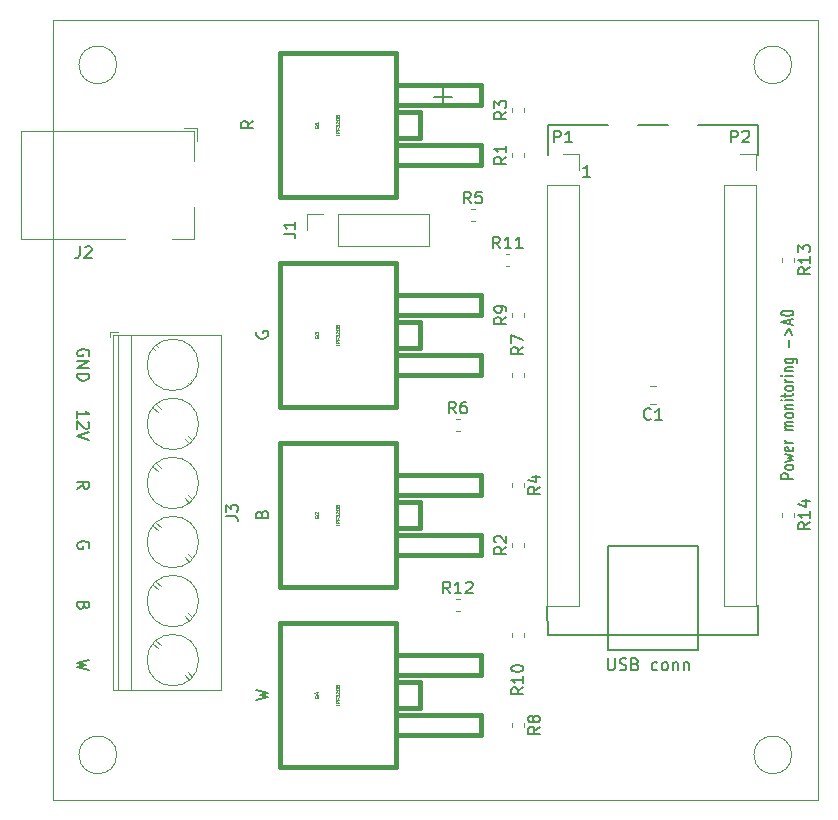
<source format=gbr>
%TF.GenerationSoftware,KiCad,Pcbnew,5.1.9-73d0e3b20d~88~ubuntu20.04.1*%
%TF.CreationDate,2021-01-06T22:16:02+03:00*%
%TF.ProjectId,RGBschildD2PAK,52474273-6368-4696-9c64-443250414b2e,rev?*%
%TF.SameCoordinates,Original*%
%TF.FileFunction,Legend,Top*%
%TF.FilePolarity,Positive*%
%FSLAX46Y46*%
G04 Gerber Fmt 4.6, Leading zero omitted, Abs format (unit mm)*
G04 Created by KiCad (PCBNEW 5.1.9-73d0e3b20d~88~ubuntu20.04.1) date 2021-01-06 22:16:02*
%MOMM*%
%LPD*%
G01*
G04 APERTURE LIST*
%ADD10C,0.150000*%
%TA.AperFunction,Profile*%
%ADD11C,0.100000*%
%TD*%
%ADD12C,0.120000*%
%ADD13C,0.381000*%
%ADD14C,0.074930*%
%ADD15C,0.076200*%
G04 APERTURE END LIST*
D10*
X113752380Y-115998571D02*
X114752380Y-115760476D01*
X114038095Y-115570000D01*
X114752380Y-115379523D01*
X113752380Y-115141428D01*
X114228571Y-100258571D02*
X114276190Y-100115714D01*
X114323809Y-100068095D01*
X114419047Y-100020476D01*
X114561904Y-100020476D01*
X114657142Y-100068095D01*
X114704761Y-100115714D01*
X114752380Y-100210952D01*
X114752380Y-100591904D01*
X113752380Y-100591904D01*
X113752380Y-100258571D01*
X113800000Y-100163333D01*
X113847619Y-100115714D01*
X113942857Y-100068095D01*
X114038095Y-100068095D01*
X114133333Y-100115714D01*
X114180952Y-100163333D01*
X114228571Y-100258571D01*
X114228571Y-100591904D01*
X113800000Y-84828095D02*
X113752380Y-84923333D01*
X113752380Y-85066190D01*
X113800000Y-85209047D01*
X113895238Y-85304285D01*
X113990476Y-85351904D01*
X114180952Y-85399523D01*
X114323809Y-85399523D01*
X114514285Y-85351904D01*
X114609523Y-85304285D01*
X114704761Y-85209047D01*
X114752380Y-85066190D01*
X114752380Y-84970952D01*
X114704761Y-84828095D01*
X114657142Y-84780476D01*
X114323809Y-84780476D01*
X114323809Y-84970952D01*
X113482380Y-67000476D02*
X113006190Y-67333809D01*
X113482380Y-67571904D02*
X112482380Y-67571904D01*
X112482380Y-67190952D01*
X112530000Y-67095714D01*
X112577619Y-67048095D01*
X112672857Y-67000476D01*
X112815714Y-67000476D01*
X112910952Y-67048095D01*
X112958571Y-67095714D01*
X113006190Y-67190952D01*
X113006190Y-67571904D01*
X143510476Y-112482380D02*
X143510476Y-113291904D01*
X143558095Y-113387142D01*
X143605714Y-113434761D01*
X143700952Y-113482380D01*
X143891428Y-113482380D01*
X143986666Y-113434761D01*
X144034285Y-113387142D01*
X144081904Y-113291904D01*
X144081904Y-112482380D01*
X144510476Y-113434761D02*
X144653333Y-113482380D01*
X144891428Y-113482380D01*
X144986666Y-113434761D01*
X145034285Y-113387142D01*
X145081904Y-113291904D01*
X145081904Y-113196666D01*
X145034285Y-113101428D01*
X144986666Y-113053809D01*
X144891428Y-113006190D01*
X144700952Y-112958571D01*
X144605714Y-112910952D01*
X144558095Y-112863333D01*
X144510476Y-112768095D01*
X144510476Y-112672857D01*
X144558095Y-112577619D01*
X144605714Y-112530000D01*
X144700952Y-112482380D01*
X144939047Y-112482380D01*
X145081904Y-112530000D01*
X145843809Y-112958571D02*
X145986666Y-113006190D01*
X146034285Y-113053809D01*
X146081904Y-113149047D01*
X146081904Y-113291904D01*
X146034285Y-113387142D01*
X145986666Y-113434761D01*
X145891428Y-113482380D01*
X145510476Y-113482380D01*
X145510476Y-112482380D01*
X145843809Y-112482380D01*
X145939047Y-112530000D01*
X145986666Y-112577619D01*
X146034285Y-112672857D01*
X146034285Y-112768095D01*
X145986666Y-112863333D01*
X145939047Y-112910952D01*
X145843809Y-112958571D01*
X145510476Y-112958571D01*
X147700952Y-113434761D02*
X147605714Y-113482380D01*
X147415238Y-113482380D01*
X147320000Y-113434761D01*
X147272380Y-113387142D01*
X147224761Y-113291904D01*
X147224761Y-113006190D01*
X147272380Y-112910952D01*
X147320000Y-112863333D01*
X147415238Y-112815714D01*
X147605714Y-112815714D01*
X147700952Y-112863333D01*
X148272380Y-113482380D02*
X148177142Y-113434761D01*
X148129523Y-113387142D01*
X148081904Y-113291904D01*
X148081904Y-113006190D01*
X148129523Y-112910952D01*
X148177142Y-112863333D01*
X148272380Y-112815714D01*
X148415238Y-112815714D01*
X148510476Y-112863333D01*
X148558095Y-112910952D01*
X148605714Y-113006190D01*
X148605714Y-113291904D01*
X148558095Y-113387142D01*
X148510476Y-113434761D01*
X148415238Y-113482380D01*
X148272380Y-113482380D01*
X149034285Y-112815714D02*
X149034285Y-113482380D01*
X149034285Y-112910952D02*
X149081904Y-112863333D01*
X149177142Y-112815714D01*
X149320000Y-112815714D01*
X149415238Y-112863333D01*
X149462857Y-112958571D01*
X149462857Y-113482380D01*
X149939047Y-112815714D02*
X149939047Y-113482380D01*
X149939047Y-112910952D02*
X149986666Y-112863333D01*
X150081904Y-112815714D01*
X150224761Y-112815714D01*
X150320000Y-112863333D01*
X150367619Y-112958571D01*
X150367619Y-113482380D01*
X159202380Y-97274761D02*
X158202380Y-97274761D01*
X158202380Y-96970000D01*
X158250000Y-96893809D01*
X158297619Y-96855714D01*
X158392857Y-96817619D01*
X158535714Y-96817619D01*
X158630952Y-96855714D01*
X158678571Y-96893809D01*
X158726190Y-96970000D01*
X158726190Y-97274761D01*
X159202380Y-96360476D02*
X159154761Y-96436666D01*
X159107142Y-96474761D01*
X159011904Y-96512857D01*
X158726190Y-96512857D01*
X158630952Y-96474761D01*
X158583333Y-96436666D01*
X158535714Y-96360476D01*
X158535714Y-96246190D01*
X158583333Y-96170000D01*
X158630952Y-96131904D01*
X158726190Y-96093809D01*
X159011904Y-96093809D01*
X159107142Y-96131904D01*
X159154761Y-96170000D01*
X159202380Y-96246190D01*
X159202380Y-96360476D01*
X158535714Y-95827142D02*
X159202380Y-95674761D01*
X158726190Y-95522380D01*
X159202380Y-95370000D01*
X158535714Y-95217619D01*
X159154761Y-94608095D02*
X159202380Y-94684285D01*
X159202380Y-94836666D01*
X159154761Y-94912857D01*
X159059523Y-94950952D01*
X158678571Y-94950952D01*
X158583333Y-94912857D01*
X158535714Y-94836666D01*
X158535714Y-94684285D01*
X158583333Y-94608095D01*
X158678571Y-94570000D01*
X158773809Y-94570000D01*
X158869047Y-94950952D01*
X159202380Y-94227142D02*
X158535714Y-94227142D01*
X158726190Y-94227142D02*
X158630952Y-94189047D01*
X158583333Y-94150952D01*
X158535714Y-94074761D01*
X158535714Y-93998571D01*
X159202380Y-93122380D02*
X158535714Y-93122380D01*
X158630952Y-93122380D02*
X158583333Y-93084285D01*
X158535714Y-93008095D01*
X158535714Y-92893809D01*
X158583333Y-92817619D01*
X158678571Y-92779523D01*
X159202380Y-92779523D01*
X158678571Y-92779523D02*
X158583333Y-92741428D01*
X158535714Y-92665238D01*
X158535714Y-92550952D01*
X158583333Y-92474761D01*
X158678571Y-92436666D01*
X159202380Y-92436666D01*
X159202380Y-91941428D02*
X159154761Y-92017619D01*
X159107142Y-92055714D01*
X159011904Y-92093809D01*
X158726190Y-92093809D01*
X158630952Y-92055714D01*
X158583333Y-92017619D01*
X158535714Y-91941428D01*
X158535714Y-91827142D01*
X158583333Y-91750952D01*
X158630952Y-91712857D01*
X158726190Y-91674761D01*
X159011904Y-91674761D01*
X159107142Y-91712857D01*
X159154761Y-91750952D01*
X159202380Y-91827142D01*
X159202380Y-91941428D01*
X158535714Y-91331904D02*
X159202380Y-91331904D01*
X158630952Y-91331904D02*
X158583333Y-91293809D01*
X158535714Y-91217619D01*
X158535714Y-91103333D01*
X158583333Y-91027142D01*
X158678571Y-90989047D01*
X159202380Y-90989047D01*
X159202380Y-90608095D02*
X158535714Y-90608095D01*
X158202380Y-90608095D02*
X158250000Y-90646190D01*
X158297619Y-90608095D01*
X158250000Y-90570000D01*
X158202380Y-90608095D01*
X158297619Y-90608095D01*
X158535714Y-90341428D02*
X158535714Y-90036666D01*
X158202380Y-90227142D02*
X159059523Y-90227142D01*
X159154761Y-90189047D01*
X159202380Y-90112857D01*
X159202380Y-90036666D01*
X159202380Y-89655714D02*
X159154761Y-89731904D01*
X159107142Y-89770000D01*
X159011904Y-89808095D01*
X158726190Y-89808095D01*
X158630952Y-89770000D01*
X158583333Y-89731904D01*
X158535714Y-89655714D01*
X158535714Y-89541428D01*
X158583333Y-89465238D01*
X158630952Y-89427142D01*
X158726190Y-89389047D01*
X159011904Y-89389047D01*
X159107142Y-89427142D01*
X159154761Y-89465238D01*
X159202380Y-89541428D01*
X159202380Y-89655714D01*
X159202380Y-89046190D02*
X158535714Y-89046190D01*
X158726190Y-89046190D02*
X158630952Y-89008095D01*
X158583333Y-88970000D01*
X158535714Y-88893809D01*
X158535714Y-88817619D01*
X159202380Y-88550952D02*
X158535714Y-88550952D01*
X158202380Y-88550952D02*
X158250000Y-88589047D01*
X158297619Y-88550952D01*
X158250000Y-88512857D01*
X158202380Y-88550952D01*
X158297619Y-88550952D01*
X158535714Y-88170000D02*
X159202380Y-88170000D01*
X158630952Y-88170000D02*
X158583333Y-88131904D01*
X158535714Y-88055714D01*
X158535714Y-87941428D01*
X158583333Y-87865238D01*
X158678571Y-87827142D01*
X159202380Y-87827142D01*
X158535714Y-87103333D02*
X159345238Y-87103333D01*
X159440476Y-87141428D01*
X159488095Y-87179523D01*
X159535714Y-87255714D01*
X159535714Y-87370000D01*
X159488095Y-87446190D01*
X159154761Y-87103333D02*
X159202380Y-87179523D01*
X159202380Y-87331904D01*
X159154761Y-87408095D01*
X159107142Y-87446190D01*
X159011904Y-87484285D01*
X158726190Y-87484285D01*
X158630952Y-87446190D01*
X158583333Y-87408095D01*
X158535714Y-87331904D01*
X158535714Y-87179523D01*
X158583333Y-87103333D01*
X158821428Y-86112857D02*
X158821428Y-85503333D01*
X158535714Y-85122380D02*
X158821428Y-84512857D01*
X159107142Y-85122380D01*
X158916666Y-84170000D02*
X158916666Y-83789047D01*
X159202380Y-84246190D02*
X158202380Y-83979523D01*
X159202380Y-83712857D01*
X158202380Y-83293809D02*
X158202380Y-83217619D01*
X158250000Y-83141428D01*
X158297619Y-83103333D01*
X158392857Y-83065238D01*
X158583333Y-83027142D01*
X158821428Y-83027142D01*
X159011904Y-83065238D01*
X159107142Y-83103333D01*
X159154761Y-83141428D01*
X159202380Y-83217619D01*
X159202380Y-83293809D01*
X159154761Y-83370000D01*
X159107142Y-83408095D01*
X159011904Y-83446190D01*
X158821428Y-83484285D01*
X158583333Y-83484285D01*
X158392857Y-83446190D01*
X158297619Y-83408095D01*
X158250000Y-83370000D01*
X158202380Y-83293809D01*
X99560000Y-86868095D02*
X99607619Y-86772857D01*
X99607619Y-86630000D01*
X99560000Y-86487142D01*
X99464761Y-86391904D01*
X99369523Y-86344285D01*
X99179047Y-86296666D01*
X99036190Y-86296666D01*
X98845714Y-86344285D01*
X98750476Y-86391904D01*
X98655238Y-86487142D01*
X98607619Y-86630000D01*
X98607619Y-86725238D01*
X98655238Y-86868095D01*
X98702857Y-86915714D01*
X99036190Y-86915714D01*
X99036190Y-86725238D01*
X98607619Y-87344285D02*
X99607619Y-87344285D01*
X98607619Y-87915714D01*
X99607619Y-87915714D01*
X98607619Y-88391904D02*
X99607619Y-88391904D01*
X99607619Y-88630000D01*
X99560000Y-88772857D01*
X99464761Y-88868095D01*
X99369523Y-88915714D01*
X99179047Y-88963333D01*
X99036190Y-88963333D01*
X98845714Y-88915714D01*
X98750476Y-88868095D01*
X98655238Y-88772857D01*
X98607619Y-88630000D01*
X98607619Y-88391904D01*
X98607619Y-92090952D02*
X98607619Y-91519523D01*
X98607619Y-91805238D02*
X99607619Y-91805238D01*
X99464761Y-91710000D01*
X99369523Y-91614761D01*
X99321904Y-91519523D01*
X99512380Y-92471904D02*
X99560000Y-92519523D01*
X99607619Y-92614761D01*
X99607619Y-92852857D01*
X99560000Y-92948095D01*
X99512380Y-92995714D01*
X99417142Y-93043333D01*
X99321904Y-93043333D01*
X99179047Y-92995714D01*
X98607619Y-92424285D01*
X98607619Y-93043333D01*
X99607619Y-93329047D02*
X98607619Y-93662380D01*
X99607619Y-93995714D01*
X98607619Y-98099523D02*
X99083809Y-97766190D01*
X98607619Y-97528095D02*
X99607619Y-97528095D01*
X99607619Y-97909047D01*
X99560000Y-98004285D01*
X99512380Y-98051904D01*
X99417142Y-98099523D01*
X99274285Y-98099523D01*
X99179047Y-98051904D01*
X99131428Y-98004285D01*
X99083809Y-97909047D01*
X99083809Y-97528095D01*
X99560000Y-103131904D02*
X99607619Y-103036666D01*
X99607619Y-102893809D01*
X99560000Y-102750952D01*
X99464761Y-102655714D01*
X99369523Y-102608095D01*
X99179047Y-102560476D01*
X99036190Y-102560476D01*
X98845714Y-102608095D01*
X98750476Y-102655714D01*
X98655238Y-102750952D01*
X98607619Y-102893809D01*
X98607619Y-102989047D01*
X98655238Y-103131904D01*
X98702857Y-103179523D01*
X99036190Y-103179523D01*
X99036190Y-102989047D01*
X99131428Y-108021428D02*
X99083809Y-108164285D01*
X99036190Y-108211904D01*
X98940952Y-108259523D01*
X98798095Y-108259523D01*
X98702857Y-108211904D01*
X98655238Y-108164285D01*
X98607619Y-108069047D01*
X98607619Y-107688095D01*
X99607619Y-107688095D01*
X99607619Y-108021428D01*
X99560000Y-108116666D01*
X99512380Y-108164285D01*
X99417142Y-108211904D01*
X99321904Y-108211904D01*
X99226666Y-108164285D01*
X99179047Y-108116666D01*
X99131428Y-108021428D01*
X99131428Y-107688095D01*
X99607619Y-112601428D02*
X98607619Y-112839523D01*
X99321904Y-113030000D01*
X98607619Y-113220476D01*
X99607619Y-113458571D01*
X156210000Y-110490000D02*
X156210000Y-107950000D01*
X138430000Y-110490000D02*
X156210000Y-110490000D01*
X138370000Y-108010000D02*
X138430000Y-110490000D01*
X156210000Y-67310000D02*
X156210000Y-69850000D01*
X151130000Y-67310000D02*
X156210000Y-67310000D01*
X146050000Y-67310000D02*
X148590000Y-67310000D01*
X138430000Y-67310000D02*
X143510000Y-67310000D01*
X138430000Y-69850000D02*
X138430000Y-67310000D01*
X128778095Y-64912857D02*
X130301904Y-64912857D01*
X129540000Y-65674761D02*
X129540000Y-64150952D01*
D11*
X159080000Y-120650000D02*
G75*
G03*
X159080000Y-120650000I-1600000J0D01*
G01*
X101930000Y-120650000D02*
G75*
G03*
X101930000Y-120650000I-1600000J0D01*
G01*
X159080000Y-62230000D02*
G75*
G03*
X159080000Y-62230000I-1600000J0D01*
G01*
X101930000Y-62230000D02*
G75*
G03*
X101930000Y-62230000I-1600000J0D01*
G01*
X96520000Y-58420000D02*
X161290000Y-58420000D01*
D10*
X142017714Y-71699380D02*
X141446285Y-71699380D01*
X141732000Y-71699380D02*
X141732000Y-70699380D01*
X141636761Y-70842238D01*
X141541523Y-70937476D01*
X141446285Y-70985095D01*
X151130000Y-102997000D02*
X151130000Y-111760000D01*
X143510000Y-102997000D02*
X151130000Y-102997000D01*
X143510000Y-111760000D02*
X143510000Y-102997000D01*
X143510000Y-111760000D02*
X151130000Y-111760000D01*
D11*
X96520000Y-58420000D02*
X96520000Y-124460000D01*
X161290000Y-124460000D02*
X161290000Y-58420000D01*
X96520000Y-124460000D02*
X161290000Y-124460000D01*
D12*
%TO.C,J1*%
X120650000Y-77530000D02*
X120650000Y-74870000D01*
X120650000Y-77530000D02*
X128330000Y-77530000D01*
X128330000Y-77530000D02*
X128330000Y-74870000D01*
X120650000Y-74870000D02*
X128330000Y-74870000D01*
X118050000Y-74870000D02*
X119380000Y-74870000D01*
X118050000Y-76200000D02*
X118050000Y-74870000D01*
D13*
%TO.C,Q4*%
X125549660Y-121671080D02*
X115750340Y-121671080D01*
X125549660Y-109468920D02*
X125549660Y-121671080D01*
X115750340Y-109468920D02*
X125549660Y-109468920D01*
X115750340Y-121671080D02*
X115750340Y-109468920D01*
X132750560Y-117269260D02*
X125549660Y-117269260D01*
X132750560Y-118971060D02*
X132750560Y-117269260D01*
X132750560Y-118971060D02*
X125549660Y-118971060D01*
X132750560Y-112168940D02*
X125549660Y-112168940D01*
X132750560Y-113870740D02*
X132750560Y-112168940D01*
X132750560Y-113870740D02*
X125549660Y-113870740D01*
X127650240Y-114470180D02*
X125549660Y-114470180D01*
X127650240Y-114569240D02*
X127650240Y-114470180D01*
X127650240Y-116669820D02*
X127650240Y-114569240D01*
X125549660Y-116669820D02*
X127650240Y-116669820D01*
%TO.C,Q3*%
X125549660Y-91191080D02*
X115750340Y-91191080D01*
X125549660Y-78988920D02*
X125549660Y-91191080D01*
X115750340Y-78988920D02*
X125549660Y-78988920D01*
X115750340Y-91191080D02*
X115750340Y-78988920D01*
X132750560Y-86789260D02*
X125549660Y-86789260D01*
X132750560Y-88491060D02*
X132750560Y-86789260D01*
X132750560Y-88491060D02*
X125549660Y-88491060D01*
X132750560Y-81688940D02*
X125549660Y-81688940D01*
X132750560Y-83390740D02*
X132750560Y-81688940D01*
X132750560Y-83390740D02*
X125549660Y-83390740D01*
X127650240Y-83990180D02*
X125549660Y-83990180D01*
X127650240Y-84089240D02*
X127650240Y-83990180D01*
X127650240Y-86189820D02*
X127650240Y-84089240D01*
X125549660Y-86189820D02*
X127650240Y-86189820D01*
%TO.C,Q2*%
X125549660Y-106431080D02*
X115750340Y-106431080D01*
X125549660Y-94228920D02*
X125549660Y-106431080D01*
X115750340Y-94228920D02*
X125549660Y-94228920D01*
X115750340Y-106431080D02*
X115750340Y-94228920D01*
X132750560Y-102029260D02*
X125549660Y-102029260D01*
X132750560Y-103731060D02*
X132750560Y-102029260D01*
X132750560Y-103731060D02*
X125549660Y-103731060D01*
X132750560Y-96928940D02*
X125549660Y-96928940D01*
X132750560Y-98630740D02*
X132750560Y-96928940D01*
X132750560Y-98630740D02*
X125549660Y-98630740D01*
X127650240Y-99230180D02*
X125549660Y-99230180D01*
X127650240Y-99329240D02*
X127650240Y-99230180D01*
X127650240Y-101429820D02*
X127650240Y-99329240D01*
X125549660Y-101429820D02*
X127650240Y-101429820D01*
%TO.C,Q1*%
X125549660Y-73411080D02*
X115750340Y-73411080D01*
X125549660Y-61208920D02*
X125549660Y-73411080D01*
X115750340Y-61208920D02*
X125549660Y-61208920D01*
X115750340Y-73411080D02*
X115750340Y-61208920D01*
X132750560Y-69009260D02*
X125549660Y-69009260D01*
X132750560Y-70711060D02*
X132750560Y-69009260D01*
X132750560Y-70711060D02*
X125549660Y-70711060D01*
X132750560Y-63908940D02*
X125549660Y-63908940D01*
X132750560Y-65610740D02*
X132750560Y-63908940D01*
X132750560Y-65610740D02*
X125549660Y-65610740D01*
X127650240Y-66210180D02*
X125549660Y-66210180D01*
X127650240Y-66309240D02*
X127650240Y-66210180D01*
X127650240Y-68409820D02*
X127650240Y-66309240D01*
X125549660Y-68409820D02*
X127650240Y-68409820D01*
D12*
%TO.C,R14*%
X159260000Y-100183733D02*
X159260000Y-100476267D01*
X158240000Y-100183733D02*
X158240000Y-100476267D01*
%TO.C,R13*%
X159260000Y-78593733D02*
X159260000Y-78886267D01*
X158240000Y-78593733D02*
X158240000Y-78886267D01*
%TO.C,C1*%
X147581252Y-90905000D02*
X147058748Y-90905000D01*
X147581252Y-89435000D02*
X147058748Y-89435000D01*
%TO.C,P2*%
X153356000Y-72390000D02*
X156016000Y-72390000D01*
X153356000Y-72390000D02*
X153356000Y-108010000D01*
X153356000Y-108010000D02*
X156016000Y-108010000D01*
X156016000Y-72390000D02*
X156016000Y-108010000D01*
X156016000Y-69790000D02*
X156016000Y-71120000D01*
X154686000Y-69790000D02*
X156016000Y-69790000D01*
%TO.C,R12*%
X130663733Y-108460000D02*
X130956267Y-108460000D01*
X130663733Y-107440000D02*
X130956267Y-107440000D01*
%TO.C,R11*%
X134881233Y-79250000D02*
X135173767Y-79250000D01*
X134881233Y-78230000D02*
X135173767Y-78230000D01*
%TO.C,R10*%
X135380000Y-110343733D02*
X135380000Y-110636267D01*
X136400000Y-110343733D02*
X136400000Y-110636267D01*
%TO.C,R9*%
X136400000Y-83558767D02*
X136400000Y-83266233D01*
X135380000Y-83558767D02*
X135380000Y-83266233D01*
%TO.C,R8*%
X135380000Y-117963733D02*
X135380000Y-118256267D01*
X136400000Y-117963733D02*
X136400000Y-118256267D01*
%TO.C,R7*%
X135380000Y-88346233D02*
X135380000Y-88638767D01*
X136400000Y-88346233D02*
X136400000Y-88638767D01*
%TO.C,R6*%
X130663733Y-93220000D02*
X130956267Y-93220000D01*
X130663733Y-92200000D02*
X130956267Y-92200000D01*
%TO.C,R5*%
X131933733Y-75440000D02*
X132226267Y-75440000D01*
X131933733Y-74420000D02*
X132226267Y-74420000D01*
%TO.C,R4*%
X135380000Y-97643733D02*
X135380000Y-97936267D01*
X136400000Y-97643733D02*
X136400000Y-97936267D01*
%TO.C,R3*%
X136400000Y-66186267D02*
X136400000Y-65893733D01*
X135380000Y-66186267D02*
X135380000Y-65893733D01*
%TO.C,R2*%
X136400000Y-103016267D02*
X136400000Y-102723733D01*
X135380000Y-103016267D02*
X135380000Y-102723733D01*
%TO.C,R1*%
X136400000Y-69996267D02*
X136400000Y-69703733D01*
X135380000Y-69996267D02*
X135380000Y-69703733D01*
%TO.C,P1*%
X139700000Y-69790000D02*
X141030000Y-69790000D01*
X141030000Y-69790000D02*
X141030000Y-71120000D01*
X141030000Y-72390000D02*
X141030000Y-108010000D01*
X138370000Y-108010000D02*
X141030000Y-108010000D01*
X138370000Y-72390000D02*
X138370000Y-108010000D01*
X138370000Y-72390000D02*
X141030000Y-72390000D01*
%TO.C,J3*%
X101380000Y-84830000D02*
X101380000Y-85230000D01*
X102020000Y-84830000D02*
X101380000Y-84830000D01*
X105688000Y-111372000D02*
X105292000Y-110977000D01*
X108334000Y-114018000D02*
X107954000Y-113638000D01*
X105406000Y-111623000D02*
X105026000Y-111243000D01*
X108068000Y-114284000D02*
X107672000Y-113889000D01*
X105688000Y-106372000D02*
X105292000Y-105977000D01*
X108334000Y-109018000D02*
X107954000Y-108638000D01*
X105406000Y-106623000D02*
X105026000Y-106243000D01*
X108068000Y-109284000D02*
X107672000Y-108889000D01*
X105688000Y-101372000D02*
X105292000Y-100977000D01*
X108334000Y-104018000D02*
X107954000Y-103638000D01*
X105406000Y-101623000D02*
X105026000Y-101243000D01*
X108068000Y-104284000D02*
X107672000Y-103889000D01*
X105688000Y-96372000D02*
X105292000Y-95977000D01*
X108334000Y-99018000D02*
X107954000Y-98638000D01*
X105406000Y-96623000D02*
X105026000Y-96243000D01*
X108068000Y-99284000D02*
X107672000Y-98889000D01*
X105688000Y-91372000D02*
X105292000Y-90977000D01*
X108334000Y-94018000D02*
X107954000Y-93638000D01*
X105406000Y-91623000D02*
X105026000Y-91243000D01*
X108068000Y-94284000D02*
X107672000Y-93889000D01*
X105399000Y-86082000D02*
X105292000Y-85976000D01*
X108334000Y-89018000D02*
X108227000Y-88911000D01*
X105133000Y-86348000D02*
X105026000Y-86242000D01*
X108068000Y-89284000D02*
X107961000Y-89177000D01*
X110740000Y-115190000D02*
X101620000Y-115190000D01*
X110740000Y-85070000D02*
X101620000Y-85070000D01*
X101620000Y-85070000D02*
X101620000Y-115190000D01*
X110740000Y-85070000D02*
X110740000Y-115190000D01*
X103180000Y-85070000D02*
X103180000Y-115190000D01*
X102080000Y-85070000D02*
X102080000Y-115190000D01*
X108860000Y-112630000D02*
G75*
G03*
X108860000Y-112630000I-2180000J0D01*
G01*
X108860000Y-107630000D02*
G75*
G03*
X108860000Y-107630000I-2180000J0D01*
G01*
X108860000Y-102630000D02*
G75*
G03*
X108860000Y-102630000I-2180000J0D01*
G01*
X108860000Y-97630000D02*
G75*
G03*
X108860000Y-97630000I-2180000J0D01*
G01*
X108860000Y-92630000D02*
G75*
G03*
X108860000Y-92630000I-2180000J0D01*
G01*
X108860000Y-87630000D02*
G75*
G03*
X108860000Y-87630000I-2180000J0D01*
G01*
%TO.C,J2*%
X108700000Y-68640000D02*
X108700000Y-67590000D01*
X107650000Y-67590000D02*
X108700000Y-67590000D01*
X102600000Y-76990000D02*
X93800000Y-76990000D01*
X93800000Y-76990000D02*
X93800000Y-67790000D01*
X108500000Y-74290000D02*
X108500000Y-76990000D01*
X108500000Y-76990000D02*
X106600000Y-76990000D01*
X93800000Y-67790000D02*
X108500000Y-67790000D01*
X108500000Y-67790000D02*
X108500000Y-70390000D01*
%TD*%
%TO.C,J1*%
D10*
X116062380Y-76533333D02*
X116776666Y-76533333D01*
X116919523Y-76580952D01*
X117014761Y-76676190D01*
X117062380Y-76819047D01*
X117062380Y-76914285D01*
X117062380Y-75533333D02*
X117062380Y-76104761D01*
X117062380Y-75819047D02*
X116062380Y-75819047D01*
X116205238Y-75914285D01*
X116300476Y-76009523D01*
X116348095Y-76104761D01*
%TO.C,Q4*%
D14*
X119013272Y-115598544D02*
X118999000Y-115627089D01*
X118970455Y-115655634D01*
X118927638Y-115698451D01*
X118913365Y-115726996D01*
X118913365Y-115755540D01*
X118984727Y-115741268D02*
X118970455Y-115769813D01*
X118941910Y-115798358D01*
X118884820Y-115812630D01*
X118784914Y-115812630D01*
X118727824Y-115798358D01*
X118699280Y-115769813D01*
X118685007Y-115741268D01*
X118685007Y-115684179D01*
X118699280Y-115655634D01*
X118727824Y-115627089D01*
X118784914Y-115612817D01*
X118884820Y-115612817D01*
X118941910Y-115627089D01*
X118970455Y-115655634D01*
X118984727Y-115684179D01*
X118984727Y-115741268D01*
X118784914Y-115355914D02*
X118984727Y-115355914D01*
X118670735Y-115427276D02*
X118884820Y-115498638D01*
X118884820Y-115313097D01*
D15*
D14*
X120785587Y-116419206D02*
X120485867Y-116419206D01*
X120785587Y-116105214D02*
X120642863Y-116205120D01*
X120785587Y-116276482D02*
X120485867Y-116276482D01*
X120485867Y-116162303D01*
X120500140Y-116133759D01*
X120514412Y-116119486D01*
X120542957Y-116105214D01*
X120585774Y-116105214D01*
X120614319Y-116119486D01*
X120628591Y-116133759D01*
X120642863Y-116162303D01*
X120642863Y-116276482D01*
X120628591Y-115876856D02*
X120628591Y-115976762D01*
X120785587Y-115976762D02*
X120485867Y-115976762D01*
X120485867Y-115834039D01*
X120485867Y-115748404D02*
X120485867Y-115562863D01*
X120600046Y-115662770D01*
X120600046Y-115619953D01*
X120614319Y-115591408D01*
X120628591Y-115577136D01*
X120657136Y-115562863D01*
X120728498Y-115562863D01*
X120757042Y-115577136D01*
X120771315Y-115591408D01*
X120785587Y-115619953D01*
X120785587Y-115705587D01*
X120771315Y-115734132D01*
X120757042Y-115748404D01*
X120514412Y-115448684D02*
X120500140Y-115434412D01*
X120485867Y-115405867D01*
X120485867Y-115334505D01*
X120500140Y-115305960D01*
X120514412Y-115291688D01*
X120542957Y-115277416D01*
X120571501Y-115277416D01*
X120614319Y-115291688D01*
X120785587Y-115462957D01*
X120785587Y-115277416D01*
X120485867Y-115091875D02*
X120485867Y-115063330D01*
X120500140Y-115034785D01*
X120514412Y-115020513D01*
X120542957Y-115006240D01*
X120600046Y-114991968D01*
X120671408Y-114991968D01*
X120728498Y-115006240D01*
X120757042Y-115020513D01*
X120771315Y-115034785D01*
X120785587Y-115063330D01*
X120785587Y-115091875D01*
X120771315Y-115120420D01*
X120757042Y-115134692D01*
X120728498Y-115148964D01*
X120671408Y-115163237D01*
X120600046Y-115163237D01*
X120542957Y-115148964D01*
X120514412Y-115134692D01*
X120500140Y-115120420D01*
X120485867Y-115091875D01*
X120485867Y-114720793D02*
X120485867Y-114863517D01*
X120628591Y-114877789D01*
X120614319Y-114863517D01*
X120600046Y-114834972D01*
X120600046Y-114763610D01*
X120614319Y-114735065D01*
X120628591Y-114720793D01*
X120657136Y-114706520D01*
X120728498Y-114706520D01*
X120757042Y-114720793D01*
X120771315Y-114735065D01*
X120785587Y-114763610D01*
X120785587Y-114834972D01*
X120771315Y-114863517D01*
X120757042Y-114877789D01*
D15*
%TO.C,Q3*%
D14*
X119013272Y-85118544D02*
X118999000Y-85147089D01*
X118970455Y-85175634D01*
X118927638Y-85218451D01*
X118913365Y-85246996D01*
X118913365Y-85275540D01*
X118984727Y-85261268D02*
X118970455Y-85289813D01*
X118941910Y-85318358D01*
X118884820Y-85332630D01*
X118784914Y-85332630D01*
X118727824Y-85318358D01*
X118699280Y-85289813D01*
X118685007Y-85261268D01*
X118685007Y-85204179D01*
X118699280Y-85175634D01*
X118727824Y-85147089D01*
X118784914Y-85132817D01*
X118884820Y-85132817D01*
X118941910Y-85147089D01*
X118970455Y-85175634D01*
X118984727Y-85204179D01*
X118984727Y-85261268D01*
X118685007Y-85032910D02*
X118685007Y-84847369D01*
X118799186Y-84947276D01*
X118799186Y-84904459D01*
X118813459Y-84875914D01*
X118827731Y-84861641D01*
X118856276Y-84847369D01*
X118927638Y-84847369D01*
X118956182Y-84861641D01*
X118970455Y-84875914D01*
X118984727Y-84904459D01*
X118984727Y-84990093D01*
X118970455Y-85018638D01*
X118956182Y-85032910D01*
D15*
D14*
X120785587Y-85939206D02*
X120485867Y-85939206D01*
X120785587Y-85625214D02*
X120642863Y-85725120D01*
X120785587Y-85796482D02*
X120485867Y-85796482D01*
X120485867Y-85682303D01*
X120500140Y-85653759D01*
X120514412Y-85639486D01*
X120542957Y-85625214D01*
X120585774Y-85625214D01*
X120614319Y-85639486D01*
X120628591Y-85653759D01*
X120642863Y-85682303D01*
X120642863Y-85796482D01*
X120628591Y-85396856D02*
X120628591Y-85496762D01*
X120785587Y-85496762D02*
X120485867Y-85496762D01*
X120485867Y-85354039D01*
X120485867Y-85268404D02*
X120485867Y-85082863D01*
X120600046Y-85182770D01*
X120600046Y-85139953D01*
X120614319Y-85111408D01*
X120628591Y-85097136D01*
X120657136Y-85082863D01*
X120728498Y-85082863D01*
X120757042Y-85097136D01*
X120771315Y-85111408D01*
X120785587Y-85139953D01*
X120785587Y-85225587D01*
X120771315Y-85254132D01*
X120757042Y-85268404D01*
X120514412Y-84968684D02*
X120500140Y-84954412D01*
X120485867Y-84925867D01*
X120485867Y-84854505D01*
X120500140Y-84825960D01*
X120514412Y-84811688D01*
X120542957Y-84797416D01*
X120571501Y-84797416D01*
X120614319Y-84811688D01*
X120785587Y-84982957D01*
X120785587Y-84797416D01*
X120485867Y-84611875D02*
X120485867Y-84583330D01*
X120500140Y-84554785D01*
X120514412Y-84540513D01*
X120542957Y-84526240D01*
X120600046Y-84511968D01*
X120671408Y-84511968D01*
X120728498Y-84526240D01*
X120757042Y-84540513D01*
X120771315Y-84554785D01*
X120785587Y-84583330D01*
X120785587Y-84611875D01*
X120771315Y-84640420D01*
X120757042Y-84654692D01*
X120728498Y-84668964D01*
X120671408Y-84683237D01*
X120600046Y-84683237D01*
X120542957Y-84668964D01*
X120514412Y-84654692D01*
X120500140Y-84640420D01*
X120485867Y-84611875D01*
X120485867Y-84240793D02*
X120485867Y-84383517D01*
X120628591Y-84397789D01*
X120614319Y-84383517D01*
X120600046Y-84354972D01*
X120600046Y-84283610D01*
X120614319Y-84255065D01*
X120628591Y-84240793D01*
X120657136Y-84226520D01*
X120728498Y-84226520D01*
X120757042Y-84240793D01*
X120771315Y-84255065D01*
X120785587Y-84283610D01*
X120785587Y-84354972D01*
X120771315Y-84383517D01*
X120757042Y-84397789D01*
D15*
%TO.C,Q2*%
D14*
X119013272Y-100358544D02*
X118999000Y-100387089D01*
X118970455Y-100415634D01*
X118927638Y-100458451D01*
X118913365Y-100486996D01*
X118913365Y-100515540D01*
X118984727Y-100501268D02*
X118970455Y-100529813D01*
X118941910Y-100558358D01*
X118884820Y-100572630D01*
X118784914Y-100572630D01*
X118727824Y-100558358D01*
X118699280Y-100529813D01*
X118685007Y-100501268D01*
X118685007Y-100444179D01*
X118699280Y-100415634D01*
X118727824Y-100387089D01*
X118784914Y-100372817D01*
X118884820Y-100372817D01*
X118941910Y-100387089D01*
X118970455Y-100415634D01*
X118984727Y-100444179D01*
X118984727Y-100501268D01*
X118713552Y-100258638D02*
X118699280Y-100244365D01*
X118685007Y-100215820D01*
X118685007Y-100144459D01*
X118699280Y-100115914D01*
X118713552Y-100101641D01*
X118742097Y-100087369D01*
X118770641Y-100087369D01*
X118813459Y-100101641D01*
X118984727Y-100272910D01*
X118984727Y-100087369D01*
D15*
D14*
X120785587Y-101179206D02*
X120485867Y-101179206D01*
X120785587Y-100865214D02*
X120642863Y-100965120D01*
X120785587Y-101036482D02*
X120485867Y-101036482D01*
X120485867Y-100922303D01*
X120500140Y-100893759D01*
X120514412Y-100879486D01*
X120542957Y-100865214D01*
X120585774Y-100865214D01*
X120614319Y-100879486D01*
X120628591Y-100893759D01*
X120642863Y-100922303D01*
X120642863Y-101036482D01*
X120628591Y-100636856D02*
X120628591Y-100736762D01*
X120785587Y-100736762D02*
X120485867Y-100736762D01*
X120485867Y-100594039D01*
X120485867Y-100508404D02*
X120485867Y-100322863D01*
X120600046Y-100422770D01*
X120600046Y-100379953D01*
X120614319Y-100351408D01*
X120628591Y-100337136D01*
X120657136Y-100322863D01*
X120728498Y-100322863D01*
X120757042Y-100337136D01*
X120771315Y-100351408D01*
X120785587Y-100379953D01*
X120785587Y-100465587D01*
X120771315Y-100494132D01*
X120757042Y-100508404D01*
X120514412Y-100208684D02*
X120500140Y-100194412D01*
X120485867Y-100165867D01*
X120485867Y-100094505D01*
X120500140Y-100065960D01*
X120514412Y-100051688D01*
X120542957Y-100037416D01*
X120571501Y-100037416D01*
X120614319Y-100051688D01*
X120785587Y-100222957D01*
X120785587Y-100037416D01*
X120485867Y-99851875D02*
X120485867Y-99823330D01*
X120500140Y-99794785D01*
X120514412Y-99780513D01*
X120542957Y-99766240D01*
X120600046Y-99751968D01*
X120671408Y-99751968D01*
X120728498Y-99766240D01*
X120757042Y-99780513D01*
X120771315Y-99794785D01*
X120785587Y-99823330D01*
X120785587Y-99851875D01*
X120771315Y-99880420D01*
X120757042Y-99894692D01*
X120728498Y-99908964D01*
X120671408Y-99923237D01*
X120600046Y-99923237D01*
X120542957Y-99908964D01*
X120514412Y-99894692D01*
X120500140Y-99880420D01*
X120485867Y-99851875D01*
X120485867Y-99480793D02*
X120485867Y-99623517D01*
X120628591Y-99637789D01*
X120614319Y-99623517D01*
X120600046Y-99594972D01*
X120600046Y-99523610D01*
X120614319Y-99495065D01*
X120628591Y-99480793D01*
X120657136Y-99466520D01*
X120728498Y-99466520D01*
X120757042Y-99480793D01*
X120771315Y-99495065D01*
X120785587Y-99523610D01*
X120785587Y-99594972D01*
X120771315Y-99623517D01*
X120757042Y-99637789D01*
D15*
%TO.C,Q1*%
D14*
X119013272Y-67338544D02*
X118999000Y-67367089D01*
X118970455Y-67395634D01*
X118927638Y-67438451D01*
X118913365Y-67466996D01*
X118913365Y-67495540D01*
X118984727Y-67481268D02*
X118970455Y-67509813D01*
X118941910Y-67538358D01*
X118884820Y-67552630D01*
X118784914Y-67552630D01*
X118727824Y-67538358D01*
X118699280Y-67509813D01*
X118685007Y-67481268D01*
X118685007Y-67424179D01*
X118699280Y-67395634D01*
X118727824Y-67367089D01*
X118784914Y-67352817D01*
X118884820Y-67352817D01*
X118941910Y-67367089D01*
X118970455Y-67395634D01*
X118984727Y-67424179D01*
X118984727Y-67481268D01*
X118984727Y-67067369D02*
X118984727Y-67238638D01*
X118984727Y-67153003D02*
X118685007Y-67153003D01*
X118727824Y-67181548D01*
X118756369Y-67210093D01*
X118770641Y-67238638D01*
D15*
D14*
X120785587Y-68159206D02*
X120485867Y-68159206D01*
X120785587Y-67845214D02*
X120642863Y-67945120D01*
X120785587Y-68016482D02*
X120485867Y-68016482D01*
X120485867Y-67902303D01*
X120500140Y-67873759D01*
X120514412Y-67859486D01*
X120542957Y-67845214D01*
X120585774Y-67845214D01*
X120614319Y-67859486D01*
X120628591Y-67873759D01*
X120642863Y-67902303D01*
X120642863Y-68016482D01*
X120628591Y-67616856D02*
X120628591Y-67716762D01*
X120785587Y-67716762D02*
X120485867Y-67716762D01*
X120485867Y-67574039D01*
X120485867Y-67488404D02*
X120485867Y-67302863D01*
X120600046Y-67402770D01*
X120600046Y-67359953D01*
X120614319Y-67331408D01*
X120628591Y-67317136D01*
X120657136Y-67302863D01*
X120728498Y-67302863D01*
X120757042Y-67317136D01*
X120771315Y-67331408D01*
X120785587Y-67359953D01*
X120785587Y-67445587D01*
X120771315Y-67474132D01*
X120757042Y-67488404D01*
X120514412Y-67188684D02*
X120500140Y-67174412D01*
X120485867Y-67145867D01*
X120485867Y-67074505D01*
X120500140Y-67045960D01*
X120514412Y-67031688D01*
X120542957Y-67017416D01*
X120571501Y-67017416D01*
X120614319Y-67031688D01*
X120785587Y-67202957D01*
X120785587Y-67017416D01*
X120485867Y-66831875D02*
X120485867Y-66803330D01*
X120500140Y-66774785D01*
X120514412Y-66760513D01*
X120542957Y-66746240D01*
X120600046Y-66731968D01*
X120671408Y-66731968D01*
X120728498Y-66746240D01*
X120757042Y-66760513D01*
X120771315Y-66774785D01*
X120785587Y-66803330D01*
X120785587Y-66831875D01*
X120771315Y-66860420D01*
X120757042Y-66874692D01*
X120728498Y-66888964D01*
X120671408Y-66903237D01*
X120600046Y-66903237D01*
X120542957Y-66888964D01*
X120514412Y-66874692D01*
X120500140Y-66860420D01*
X120485867Y-66831875D01*
X120485867Y-66460793D02*
X120485867Y-66603517D01*
X120628591Y-66617789D01*
X120614319Y-66603517D01*
X120600046Y-66574972D01*
X120600046Y-66503610D01*
X120614319Y-66475065D01*
X120628591Y-66460793D01*
X120657136Y-66446520D01*
X120728498Y-66446520D01*
X120757042Y-66460793D01*
X120771315Y-66475065D01*
X120785587Y-66503610D01*
X120785587Y-66574972D01*
X120771315Y-66603517D01*
X120757042Y-66617789D01*
D15*
%TO.C,R14*%
D10*
X160632380Y-100972857D02*
X160156190Y-101306190D01*
X160632380Y-101544285D02*
X159632380Y-101544285D01*
X159632380Y-101163333D01*
X159680000Y-101068095D01*
X159727619Y-101020476D01*
X159822857Y-100972857D01*
X159965714Y-100972857D01*
X160060952Y-101020476D01*
X160108571Y-101068095D01*
X160156190Y-101163333D01*
X160156190Y-101544285D01*
X160632380Y-100020476D02*
X160632380Y-100591904D01*
X160632380Y-100306190D02*
X159632380Y-100306190D01*
X159775238Y-100401428D01*
X159870476Y-100496666D01*
X159918095Y-100591904D01*
X159965714Y-99163333D02*
X160632380Y-99163333D01*
X159584761Y-99401428D02*
X160299047Y-99639523D01*
X160299047Y-99020476D01*
%TO.C,R13*%
X160632380Y-79382857D02*
X160156190Y-79716190D01*
X160632380Y-79954285D02*
X159632380Y-79954285D01*
X159632380Y-79573333D01*
X159680000Y-79478095D01*
X159727619Y-79430476D01*
X159822857Y-79382857D01*
X159965714Y-79382857D01*
X160060952Y-79430476D01*
X160108571Y-79478095D01*
X160156190Y-79573333D01*
X160156190Y-79954285D01*
X160632380Y-78430476D02*
X160632380Y-79001904D01*
X160632380Y-78716190D02*
X159632380Y-78716190D01*
X159775238Y-78811428D01*
X159870476Y-78906666D01*
X159918095Y-79001904D01*
X159632380Y-78097142D02*
X159632380Y-77478095D01*
X160013333Y-77811428D01*
X160013333Y-77668571D01*
X160060952Y-77573333D01*
X160108571Y-77525714D01*
X160203809Y-77478095D01*
X160441904Y-77478095D01*
X160537142Y-77525714D01*
X160584761Y-77573333D01*
X160632380Y-77668571D01*
X160632380Y-77954285D01*
X160584761Y-78049523D01*
X160537142Y-78097142D01*
%TO.C,C1*%
X147153333Y-92207142D02*
X147105714Y-92254761D01*
X146962857Y-92302380D01*
X146867619Y-92302380D01*
X146724761Y-92254761D01*
X146629523Y-92159523D01*
X146581904Y-92064285D01*
X146534285Y-91873809D01*
X146534285Y-91730952D01*
X146581904Y-91540476D01*
X146629523Y-91445238D01*
X146724761Y-91350000D01*
X146867619Y-91302380D01*
X146962857Y-91302380D01*
X147105714Y-91350000D01*
X147153333Y-91397619D01*
X148105714Y-92302380D02*
X147534285Y-92302380D01*
X147820000Y-92302380D02*
X147820000Y-91302380D01*
X147724761Y-91445238D01*
X147629523Y-91540476D01*
X147534285Y-91588095D01*
%TO.C,P2*%
X153947904Y-68802380D02*
X153947904Y-67802380D01*
X154328857Y-67802380D01*
X154424095Y-67850000D01*
X154471714Y-67897619D01*
X154519333Y-67992857D01*
X154519333Y-68135714D01*
X154471714Y-68230952D01*
X154424095Y-68278571D01*
X154328857Y-68326190D01*
X153947904Y-68326190D01*
X154900285Y-67897619D02*
X154947904Y-67850000D01*
X155043142Y-67802380D01*
X155281238Y-67802380D01*
X155376476Y-67850000D01*
X155424095Y-67897619D01*
X155471714Y-67992857D01*
X155471714Y-68088095D01*
X155424095Y-68230952D01*
X154852666Y-68802380D01*
X155471714Y-68802380D01*
%TO.C,R12*%
X130167142Y-106972380D02*
X129833809Y-106496190D01*
X129595714Y-106972380D02*
X129595714Y-105972380D01*
X129976666Y-105972380D01*
X130071904Y-106020000D01*
X130119523Y-106067619D01*
X130167142Y-106162857D01*
X130167142Y-106305714D01*
X130119523Y-106400952D01*
X130071904Y-106448571D01*
X129976666Y-106496190D01*
X129595714Y-106496190D01*
X131119523Y-106972380D02*
X130548095Y-106972380D01*
X130833809Y-106972380D02*
X130833809Y-105972380D01*
X130738571Y-106115238D01*
X130643333Y-106210476D01*
X130548095Y-106258095D01*
X131500476Y-106067619D02*
X131548095Y-106020000D01*
X131643333Y-105972380D01*
X131881428Y-105972380D01*
X131976666Y-106020000D01*
X132024285Y-106067619D01*
X132071904Y-106162857D01*
X132071904Y-106258095D01*
X132024285Y-106400952D01*
X131452857Y-106972380D01*
X132071904Y-106972380D01*
%TO.C,R11*%
X134384642Y-77762380D02*
X134051309Y-77286190D01*
X133813214Y-77762380D02*
X133813214Y-76762380D01*
X134194166Y-76762380D01*
X134289404Y-76810000D01*
X134337023Y-76857619D01*
X134384642Y-76952857D01*
X134384642Y-77095714D01*
X134337023Y-77190952D01*
X134289404Y-77238571D01*
X134194166Y-77286190D01*
X133813214Y-77286190D01*
X135337023Y-77762380D02*
X134765595Y-77762380D01*
X135051309Y-77762380D02*
X135051309Y-76762380D01*
X134956071Y-76905238D01*
X134860833Y-77000476D01*
X134765595Y-77048095D01*
X136289404Y-77762380D02*
X135717976Y-77762380D01*
X136003690Y-77762380D02*
X136003690Y-76762380D01*
X135908452Y-76905238D01*
X135813214Y-77000476D01*
X135717976Y-77048095D01*
%TO.C,R10*%
X136342380Y-114942857D02*
X135866190Y-115276190D01*
X136342380Y-115514285D02*
X135342380Y-115514285D01*
X135342380Y-115133333D01*
X135390000Y-115038095D01*
X135437619Y-114990476D01*
X135532857Y-114942857D01*
X135675714Y-114942857D01*
X135770952Y-114990476D01*
X135818571Y-115038095D01*
X135866190Y-115133333D01*
X135866190Y-115514285D01*
X136342380Y-113990476D02*
X136342380Y-114561904D01*
X136342380Y-114276190D02*
X135342380Y-114276190D01*
X135485238Y-114371428D01*
X135580476Y-114466666D01*
X135628095Y-114561904D01*
X135342380Y-113371428D02*
X135342380Y-113276190D01*
X135390000Y-113180952D01*
X135437619Y-113133333D01*
X135532857Y-113085714D01*
X135723333Y-113038095D01*
X135961428Y-113038095D01*
X136151904Y-113085714D01*
X136247142Y-113133333D01*
X136294761Y-113180952D01*
X136342380Y-113276190D01*
X136342380Y-113371428D01*
X136294761Y-113466666D01*
X136247142Y-113514285D01*
X136151904Y-113561904D01*
X135961428Y-113609523D01*
X135723333Y-113609523D01*
X135532857Y-113561904D01*
X135437619Y-113514285D01*
X135390000Y-113466666D01*
X135342380Y-113371428D01*
%TO.C,R9*%
X134912380Y-83579166D02*
X134436190Y-83912500D01*
X134912380Y-84150595D02*
X133912380Y-84150595D01*
X133912380Y-83769642D01*
X133960000Y-83674404D01*
X134007619Y-83626785D01*
X134102857Y-83579166D01*
X134245714Y-83579166D01*
X134340952Y-83626785D01*
X134388571Y-83674404D01*
X134436190Y-83769642D01*
X134436190Y-84150595D01*
X134912380Y-83102976D02*
X134912380Y-82912500D01*
X134864761Y-82817261D01*
X134817142Y-82769642D01*
X134674285Y-82674404D01*
X134483809Y-82626785D01*
X134102857Y-82626785D01*
X134007619Y-82674404D01*
X133960000Y-82722023D01*
X133912380Y-82817261D01*
X133912380Y-83007738D01*
X133960000Y-83102976D01*
X134007619Y-83150595D01*
X134102857Y-83198214D01*
X134340952Y-83198214D01*
X134436190Y-83150595D01*
X134483809Y-83102976D01*
X134531428Y-83007738D01*
X134531428Y-82817261D01*
X134483809Y-82722023D01*
X134436190Y-82674404D01*
X134340952Y-82626785D01*
%TO.C,R8*%
X137772380Y-118276666D02*
X137296190Y-118610000D01*
X137772380Y-118848095D02*
X136772380Y-118848095D01*
X136772380Y-118467142D01*
X136820000Y-118371904D01*
X136867619Y-118324285D01*
X136962857Y-118276666D01*
X137105714Y-118276666D01*
X137200952Y-118324285D01*
X137248571Y-118371904D01*
X137296190Y-118467142D01*
X137296190Y-118848095D01*
X137200952Y-117705238D02*
X137153333Y-117800476D01*
X137105714Y-117848095D01*
X137010476Y-117895714D01*
X136962857Y-117895714D01*
X136867619Y-117848095D01*
X136820000Y-117800476D01*
X136772380Y-117705238D01*
X136772380Y-117514761D01*
X136820000Y-117419523D01*
X136867619Y-117371904D01*
X136962857Y-117324285D01*
X137010476Y-117324285D01*
X137105714Y-117371904D01*
X137153333Y-117419523D01*
X137200952Y-117514761D01*
X137200952Y-117705238D01*
X137248571Y-117800476D01*
X137296190Y-117848095D01*
X137391428Y-117895714D01*
X137581904Y-117895714D01*
X137677142Y-117848095D01*
X137724761Y-117800476D01*
X137772380Y-117705238D01*
X137772380Y-117514761D01*
X137724761Y-117419523D01*
X137677142Y-117371904D01*
X137581904Y-117324285D01*
X137391428Y-117324285D01*
X137296190Y-117371904D01*
X137248571Y-117419523D01*
X137200952Y-117514761D01*
%TO.C,R7*%
X136342380Y-86119166D02*
X135866190Y-86452500D01*
X136342380Y-86690595D02*
X135342380Y-86690595D01*
X135342380Y-86309642D01*
X135390000Y-86214404D01*
X135437619Y-86166785D01*
X135532857Y-86119166D01*
X135675714Y-86119166D01*
X135770952Y-86166785D01*
X135818571Y-86214404D01*
X135866190Y-86309642D01*
X135866190Y-86690595D01*
X135342380Y-85785833D02*
X135342380Y-85119166D01*
X136342380Y-85547738D01*
%TO.C,R6*%
X130643333Y-91732380D02*
X130310000Y-91256190D01*
X130071904Y-91732380D02*
X130071904Y-90732380D01*
X130452857Y-90732380D01*
X130548095Y-90780000D01*
X130595714Y-90827619D01*
X130643333Y-90922857D01*
X130643333Y-91065714D01*
X130595714Y-91160952D01*
X130548095Y-91208571D01*
X130452857Y-91256190D01*
X130071904Y-91256190D01*
X131500476Y-90732380D02*
X131310000Y-90732380D01*
X131214761Y-90780000D01*
X131167142Y-90827619D01*
X131071904Y-90970476D01*
X131024285Y-91160952D01*
X131024285Y-91541904D01*
X131071904Y-91637142D01*
X131119523Y-91684761D01*
X131214761Y-91732380D01*
X131405238Y-91732380D01*
X131500476Y-91684761D01*
X131548095Y-91637142D01*
X131595714Y-91541904D01*
X131595714Y-91303809D01*
X131548095Y-91208571D01*
X131500476Y-91160952D01*
X131405238Y-91113333D01*
X131214761Y-91113333D01*
X131119523Y-91160952D01*
X131071904Y-91208571D01*
X131024285Y-91303809D01*
%TO.C,R5*%
X131913333Y-73952380D02*
X131580000Y-73476190D01*
X131341904Y-73952380D02*
X131341904Y-72952380D01*
X131722857Y-72952380D01*
X131818095Y-73000000D01*
X131865714Y-73047619D01*
X131913333Y-73142857D01*
X131913333Y-73285714D01*
X131865714Y-73380952D01*
X131818095Y-73428571D01*
X131722857Y-73476190D01*
X131341904Y-73476190D01*
X132818095Y-72952380D02*
X132341904Y-72952380D01*
X132294285Y-73428571D01*
X132341904Y-73380952D01*
X132437142Y-73333333D01*
X132675238Y-73333333D01*
X132770476Y-73380952D01*
X132818095Y-73428571D01*
X132865714Y-73523809D01*
X132865714Y-73761904D01*
X132818095Y-73857142D01*
X132770476Y-73904761D01*
X132675238Y-73952380D01*
X132437142Y-73952380D01*
X132341904Y-73904761D01*
X132294285Y-73857142D01*
%TO.C,R4*%
X137772380Y-97956666D02*
X137296190Y-98290000D01*
X137772380Y-98528095D02*
X136772380Y-98528095D01*
X136772380Y-98147142D01*
X136820000Y-98051904D01*
X136867619Y-98004285D01*
X136962857Y-97956666D01*
X137105714Y-97956666D01*
X137200952Y-98004285D01*
X137248571Y-98051904D01*
X137296190Y-98147142D01*
X137296190Y-98528095D01*
X137105714Y-97099523D02*
X137772380Y-97099523D01*
X136724761Y-97337619D02*
X137439047Y-97575714D01*
X137439047Y-96956666D01*
%TO.C,R3*%
X134912380Y-66206666D02*
X134436190Y-66540000D01*
X134912380Y-66778095D02*
X133912380Y-66778095D01*
X133912380Y-66397142D01*
X133960000Y-66301904D01*
X134007619Y-66254285D01*
X134102857Y-66206666D01*
X134245714Y-66206666D01*
X134340952Y-66254285D01*
X134388571Y-66301904D01*
X134436190Y-66397142D01*
X134436190Y-66778095D01*
X133912380Y-65873333D02*
X133912380Y-65254285D01*
X134293333Y-65587619D01*
X134293333Y-65444761D01*
X134340952Y-65349523D01*
X134388571Y-65301904D01*
X134483809Y-65254285D01*
X134721904Y-65254285D01*
X134817142Y-65301904D01*
X134864761Y-65349523D01*
X134912380Y-65444761D01*
X134912380Y-65730476D01*
X134864761Y-65825714D01*
X134817142Y-65873333D01*
%TO.C,R2*%
X134912380Y-103036666D02*
X134436190Y-103370000D01*
X134912380Y-103608095D02*
X133912380Y-103608095D01*
X133912380Y-103227142D01*
X133960000Y-103131904D01*
X134007619Y-103084285D01*
X134102857Y-103036666D01*
X134245714Y-103036666D01*
X134340952Y-103084285D01*
X134388571Y-103131904D01*
X134436190Y-103227142D01*
X134436190Y-103608095D01*
X134007619Y-102655714D02*
X133960000Y-102608095D01*
X133912380Y-102512857D01*
X133912380Y-102274761D01*
X133960000Y-102179523D01*
X134007619Y-102131904D01*
X134102857Y-102084285D01*
X134198095Y-102084285D01*
X134340952Y-102131904D01*
X134912380Y-102703333D01*
X134912380Y-102084285D01*
%TO.C,R1*%
X134912380Y-70016666D02*
X134436190Y-70350000D01*
X134912380Y-70588095D02*
X133912380Y-70588095D01*
X133912380Y-70207142D01*
X133960000Y-70111904D01*
X134007619Y-70064285D01*
X134102857Y-70016666D01*
X134245714Y-70016666D01*
X134340952Y-70064285D01*
X134388571Y-70111904D01*
X134436190Y-70207142D01*
X134436190Y-70588095D01*
X134912380Y-69064285D02*
X134912380Y-69635714D01*
X134912380Y-69350000D02*
X133912380Y-69350000D01*
X134055238Y-69445238D01*
X134150476Y-69540476D01*
X134198095Y-69635714D01*
%TO.C,P1*%
X138961904Y-68802380D02*
X138961904Y-67802380D01*
X139342857Y-67802380D01*
X139438095Y-67850000D01*
X139485714Y-67897619D01*
X139533333Y-67992857D01*
X139533333Y-68135714D01*
X139485714Y-68230952D01*
X139438095Y-68278571D01*
X139342857Y-68326190D01*
X138961904Y-68326190D01*
X140485714Y-68802380D02*
X139914285Y-68802380D01*
X140200000Y-68802380D02*
X140200000Y-67802380D01*
X140104761Y-67945238D01*
X140009523Y-68040476D01*
X139914285Y-68088095D01*
%TO.C,J3*%
X111192380Y-100463333D02*
X111906666Y-100463333D01*
X112049523Y-100510952D01*
X112144761Y-100606190D01*
X112192380Y-100749047D01*
X112192380Y-100844285D01*
X111192380Y-100082380D02*
X111192380Y-99463333D01*
X111573333Y-99796666D01*
X111573333Y-99653809D01*
X111620952Y-99558571D01*
X111668571Y-99510952D01*
X111763809Y-99463333D01*
X112001904Y-99463333D01*
X112097142Y-99510952D01*
X112144761Y-99558571D01*
X112192380Y-99653809D01*
X112192380Y-99939523D01*
X112144761Y-100034761D01*
X112097142Y-100082380D01*
%TO.C,J2*%
X98816666Y-77592380D02*
X98816666Y-78306666D01*
X98769047Y-78449523D01*
X98673809Y-78544761D01*
X98530952Y-78592380D01*
X98435714Y-78592380D01*
X99245238Y-77687619D02*
X99292857Y-77640000D01*
X99388095Y-77592380D01*
X99626190Y-77592380D01*
X99721428Y-77640000D01*
X99769047Y-77687619D01*
X99816666Y-77782857D01*
X99816666Y-77878095D01*
X99769047Y-78020952D01*
X99197619Y-78592380D01*
X99816666Y-78592380D01*
%TD*%
M02*

</source>
